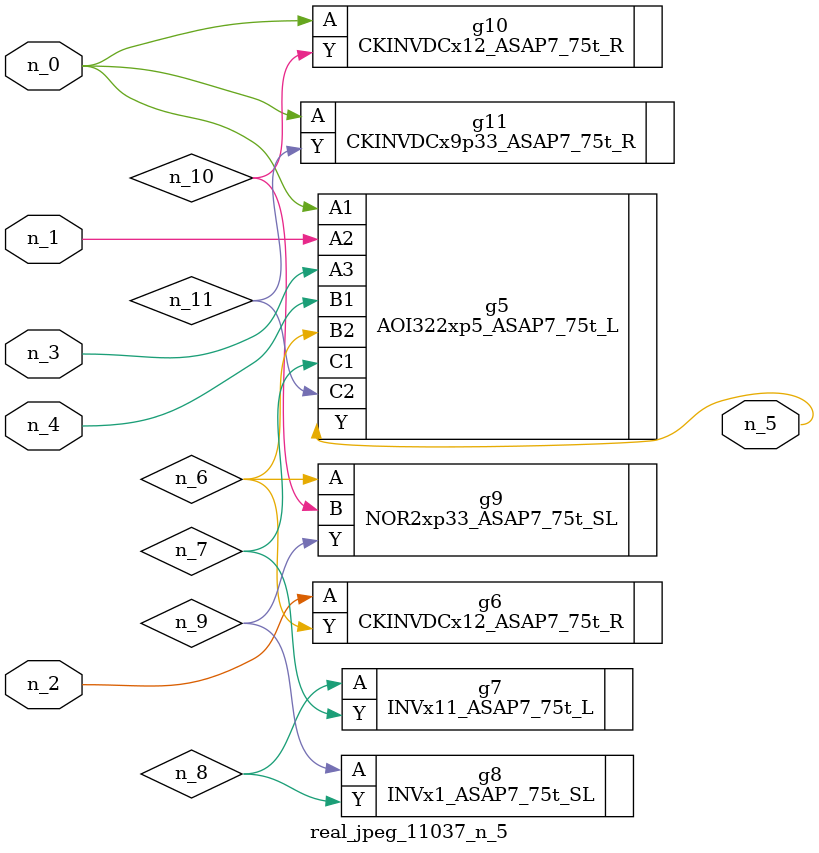
<source format=v>
module real_jpeg_11037_n_5 (n_4, n_0, n_1, n_2, n_3, n_5);

input n_4;
input n_0;
input n_1;
input n_2;
input n_3;

output n_5;

wire n_8;
wire n_11;
wire n_6;
wire n_7;
wire n_10;
wire n_9;

AOI322xp5_ASAP7_75t_L g5 ( 
.A1(n_0),
.A2(n_1),
.A3(n_3),
.B1(n_4),
.B2(n_6),
.C1(n_7),
.C2(n_11),
.Y(n_5)
);

CKINVDCx12_ASAP7_75t_R g10 ( 
.A(n_0),
.Y(n_10)
);

CKINVDCx9p33_ASAP7_75t_R g11 ( 
.A(n_0),
.Y(n_11)
);

CKINVDCx12_ASAP7_75t_R g6 ( 
.A(n_2),
.Y(n_6)
);

NOR2xp33_ASAP7_75t_SL g9 ( 
.A(n_6),
.B(n_10),
.Y(n_9)
);

INVx11_ASAP7_75t_L g7 ( 
.A(n_8),
.Y(n_7)
);

INVx1_ASAP7_75t_SL g8 ( 
.A(n_9),
.Y(n_8)
);


endmodule
</source>
